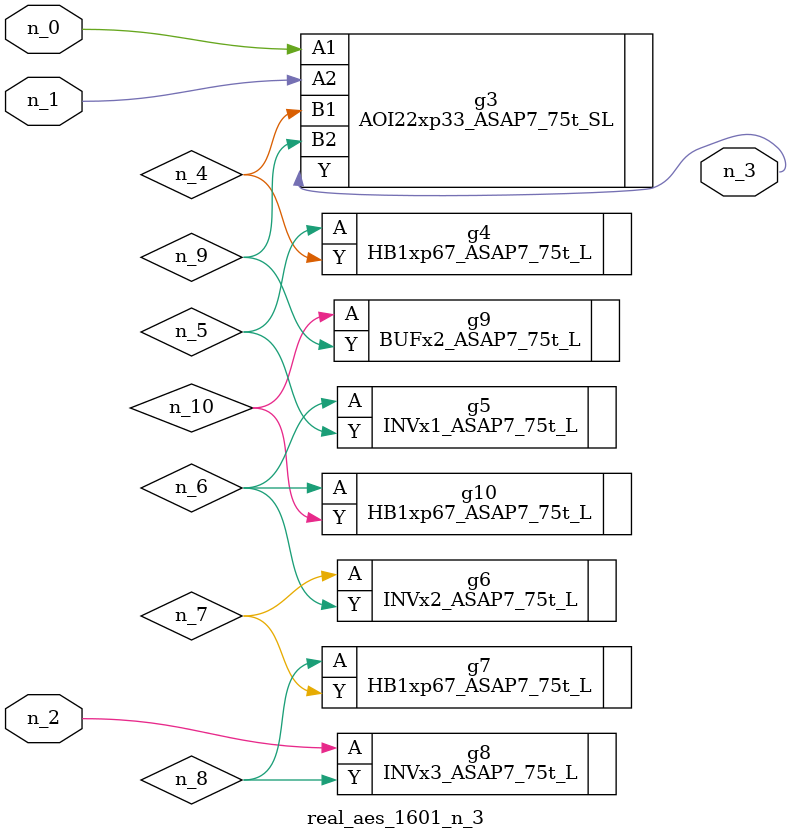
<source format=v>
module real_aes_1601_n_3 (n_0, n_2, n_1, n_3);
input n_0;
input n_2;
input n_1;
output n_3;
wire n_4;
wire n_5;
wire n_7;
wire n_9;
wire n_6;
wire n_8;
wire n_10;
AOI22xp33_ASAP7_75t_SL g3 ( .A1(n_0), .A2(n_1), .B1(n_4), .B2(n_9), .Y(n_3) );
INVx3_ASAP7_75t_L g8 ( .A(n_2), .Y(n_8) );
HB1xp67_ASAP7_75t_L g4 ( .A(n_5), .Y(n_4) );
INVx1_ASAP7_75t_L g5 ( .A(n_6), .Y(n_5) );
HB1xp67_ASAP7_75t_L g10 ( .A(n_6), .Y(n_10) );
INVx2_ASAP7_75t_L g6 ( .A(n_7), .Y(n_6) );
HB1xp67_ASAP7_75t_L g7 ( .A(n_8), .Y(n_7) );
BUFx2_ASAP7_75t_L g9 ( .A(n_10), .Y(n_9) );
endmodule
</source>
